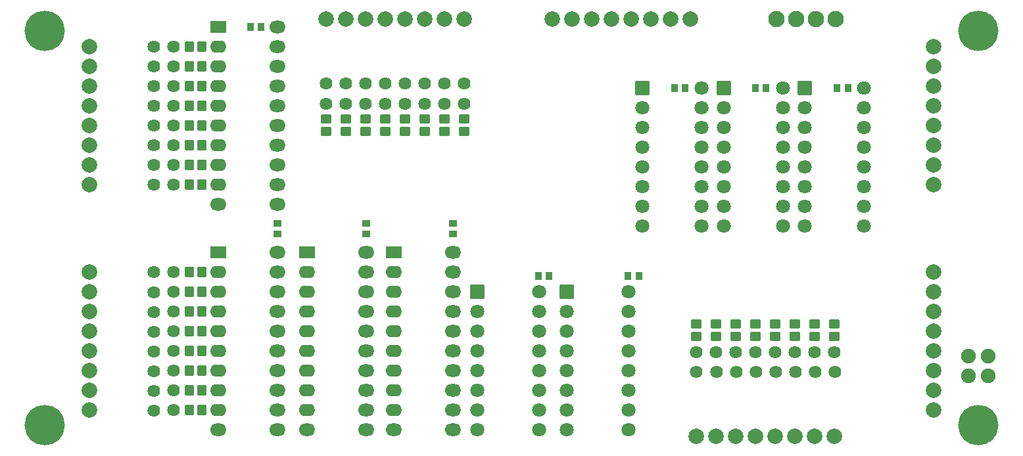
<source format=gbs>
G04 Layer: BottomSolderMaskLayer*
G04 Panelize: , Column: 2, Row: 2, Board Size: 127.89mm x 58.42mm, Panelized Board Size: 257.78mm x 118.84mm*
G04 EasyEDA v6.5.34, 2023-09-05 23:47:00*
G04 23034ade622943b09ef3a65bf2e35728,5a6b42c53f6a479593ecc07194224c93,10*
G04 Gerber Generator version 0.2*
G04 Scale: 100 percent, Rotated: No, Reflected: No *
G04 Dimensions in millimeters *
G04 leading zeros omitted , absolute positions ,4 integer and 5 decimal *
%FSLAX45Y45*%
%MOMM*%

%AMMACRO1*1,1,$1,$2,$3*1,1,$1,$4,$5*1,1,$1,0-$2,0-$3*1,1,$1,0-$4,0-$5*20,1,$1,$2,$3,$4,$5,0*20,1,$1,$4,$5,0-$2,0-$3,0*20,1,$1,0-$2,0-$3,0-$4,0-$5,0*20,1,$1,0-$4,0-$5,$2,$3,0*4,1,4,$2,$3,$4,$5,0-$2,0-$3,0-$4,0-$5,$2,$3,0*%
%ADD10MACRO1,0.1016X-0.4X-0.45X0.4X-0.45*%
%ADD11MACRO1,0.1016X-0.45X0.4X-0.45X-0.4*%
%ADD12MACRO1,0.1016X0.4X0.45X-0.4X0.45*%
%ADD13MACRO1,0.2032X-0.55X0.5X-0.55X-0.5*%
%ADD14MACRO1,0.2032X0.55X-0.5X0.55X0.5*%
%ADD15MACRO1,0.2032X0.5X0.55X-0.5X0.55*%
%ADD16MACRO1,0.2032X-0.5X-0.55X0.5X-0.55*%
%ADD17MACRO1,0.1016X-0.85X0.85X0.85X0.85*%
%ADD18C,1.8016*%
%ADD19O,2.1015960000000002X1.6015970000000002*%
%ADD20MACRO1,0.1016X-1X0.75X1X0.75*%
%ADD21O,2.1015960000000002X1.6256000000000002*%
%ADD22C,5.2032*%
%ADD23C,1.6256*%
%ADD24C,2.0016*%
%ADD25C,1.9016*%
%ADD26C,2.1016*%
%ADD27C,0.0148*%

%LPD*%
D10*
G01*
X3168796Y5511789D03*
G01*
X3028796Y5511789D03*
D11*
G01*
X3378192Y2838319D03*
G01*
X3378192Y2978318D03*
G01*
X4521192Y2838319D03*
G01*
X4521192Y2978318D03*
G01*
X5638792Y2838319D03*
G01*
X5638792Y2978318D03*
D12*
G01*
X6737186Y2298694D03*
G01*
X6877185Y2298694D03*
G01*
X7892860Y2298694D03*
G01*
X8032860Y2298694D03*
D10*
G01*
X8629770Y4724389D03*
G01*
X8489770Y4724389D03*
G01*
X9671180Y4724389D03*
G01*
X9531181Y4724389D03*
G01*
X10725270Y4724389D03*
G01*
X10585270Y4724389D03*
D13*
G01*
X4008991Y4164558D03*
G01*
X4008991Y4324558D03*
G01*
X4262991Y4164558D03*
G01*
X4262991Y4324558D03*
G01*
X4516991Y4164558D03*
G01*
X4516991Y4324558D03*
G01*
X4770991Y4164558D03*
G01*
X4770991Y4324558D03*
G01*
X5024991Y4164558D03*
G01*
X5024991Y4324558D03*
G01*
X5278991Y4164558D03*
G01*
X5278991Y4324558D03*
G01*
X5532991Y4164558D03*
G01*
X5532991Y4324558D03*
G01*
X5786991Y4164558D03*
G01*
X5786991Y4324558D03*
G01*
X10299697Y1520184D03*
G01*
X10299697Y1680183D03*
G01*
X9029697Y1520184D03*
G01*
X9029697Y1680183D03*
D14*
G01*
X8775697Y1680194D03*
G01*
X8775697Y1520196D03*
D13*
G01*
X9283697Y1520184D03*
G01*
X9283697Y1680183D03*
G01*
X9537694Y1520184D03*
G01*
X9537694Y1680183D03*
G01*
X9791694Y1520184D03*
G01*
X9791694Y1680183D03*
G01*
X10045694Y1520184D03*
G01*
X10045694Y1680183D03*
D14*
G01*
X10553694Y1680194D03*
G01*
X10553694Y1520196D03*
D15*
G01*
X2244092Y823597D03*
G01*
X2404088Y823597D03*
G01*
X2244092Y2093597D03*
G01*
X2404088Y2093597D03*
D16*
G01*
X2404099Y2347597D03*
G01*
X2244103Y2347597D03*
D15*
G01*
X2244092Y1839597D03*
G01*
X2404088Y1839597D03*
G01*
X2244092Y1585600D03*
G01*
X2404088Y1585600D03*
G01*
X2244092Y1331600D03*
G01*
X2404088Y1331600D03*
G01*
X2244092Y1077600D03*
G01*
X2404088Y1077600D03*
D16*
G01*
X2404099Y569600D03*
G01*
X2244103Y569600D03*
G01*
X2244103Y3478291D03*
G01*
X2404099Y3478291D03*
D15*
G01*
X2404088Y3986291D03*
G01*
X2244092Y3986291D03*
G01*
X2404088Y4240291D03*
G01*
X2244092Y4240291D03*
G01*
X2404088Y4494291D03*
G01*
X2244092Y4494291D03*
G01*
X2404088Y4748288D03*
G01*
X2244092Y4748288D03*
D16*
G01*
X2244103Y5256288D03*
G01*
X2404099Y5256288D03*
D15*
G01*
X2404088Y5002288D03*
G01*
X2244092Y5002288D03*
G01*
X2404088Y3732288D03*
G01*
X2244092Y3732288D03*
D17*
G01*
X5952981Y2095496D03*
D18*
G01*
X5952997Y1841500D03*
G01*
X5952997Y571500D03*
G01*
X5952997Y317500D03*
G01*
X5952997Y1587500D03*
G01*
X5952997Y1333500D03*
G01*
X5952997Y825500D03*
G01*
X5952997Y1079500D03*
G01*
X6747002Y317500D03*
G01*
X6747002Y571500D03*
G01*
X6747002Y825500D03*
G01*
X6747002Y1079500D03*
G01*
X6747002Y1333500D03*
G01*
X6747002Y1587500D03*
G01*
X6747002Y1841500D03*
G01*
X6747002Y2095500D03*
D17*
G01*
X7108678Y2095496D03*
D18*
G01*
X7108672Y1841500D03*
G01*
X7108672Y571500D03*
G01*
X7108672Y317500D03*
G01*
X7108672Y1587500D03*
G01*
X7108672Y1333500D03*
G01*
X7108672Y825500D03*
G01*
X7108672Y1079500D03*
G01*
X7902676Y317500D03*
G01*
X7902676Y571500D03*
G01*
X7902676Y825500D03*
G01*
X7902676Y1079500D03*
G01*
X7902676Y1333500D03*
G01*
X7902676Y1587500D03*
G01*
X7902676Y1841500D03*
G01*
X7902676Y2095500D03*
D19*
G01*
X4876800Y571500D03*
G01*
X4876800Y825500D03*
G01*
X4876800Y1079500D03*
G01*
X4876800Y1333500D03*
G01*
X4876800Y1587500D03*
G01*
X4876800Y1841500D03*
G01*
X4876800Y2095500D03*
G01*
X4876800Y2349500D03*
D20*
G01*
X4876789Y2603497D03*
D21*
G01*
X4876800Y317500D03*
G01*
X5638800Y317500D03*
G01*
X5638800Y571500D03*
G01*
X5638800Y825500D03*
G01*
X5638800Y1079500D03*
G01*
X5638800Y1333500D03*
G01*
X5638800Y1587500D03*
G01*
X5638800Y1841500D03*
G01*
X5638800Y2095500D03*
G01*
X5638800Y2349500D03*
G01*
X5638800Y2603500D03*
D19*
G01*
X3759200Y571500D03*
G01*
X3759200Y825500D03*
G01*
X3759200Y1079500D03*
G01*
X3759200Y1333500D03*
G01*
X3759200Y1587500D03*
G01*
X3759200Y1841500D03*
G01*
X3759200Y2095500D03*
G01*
X3759200Y2349500D03*
D20*
G01*
X3759192Y2603497D03*
D21*
G01*
X3759200Y317500D03*
G01*
X4521200Y317500D03*
G01*
X4521200Y571500D03*
G01*
X4521200Y825500D03*
G01*
X4521200Y1079500D03*
G01*
X4521200Y1333500D03*
G01*
X4521200Y1587500D03*
G01*
X4521200Y1841500D03*
G01*
X4521200Y2095500D03*
G01*
X4521200Y2349500D03*
G01*
X4521200Y2603500D03*
D17*
G01*
X8077173Y4724391D03*
D18*
G01*
X8077174Y4470400D03*
G01*
X8077174Y3200400D03*
G01*
X8077174Y2946400D03*
G01*
X8077174Y4216400D03*
G01*
X8077174Y3962400D03*
G01*
X8077174Y3454400D03*
G01*
X8077174Y3708400D03*
G01*
X8839174Y2946400D03*
G01*
X8839174Y3200400D03*
G01*
X8839174Y3454400D03*
G01*
X8839174Y3708400D03*
G01*
X8839174Y3962400D03*
G01*
X8839174Y4216400D03*
G01*
X8839174Y4470400D03*
G01*
X8839174Y4724400D03*
D17*
G01*
X9124928Y4724391D03*
D18*
G01*
X9124950Y4470400D03*
G01*
X9124950Y3200400D03*
G01*
X9124950Y2946400D03*
G01*
X9124950Y4216400D03*
G01*
X9124950Y3962400D03*
G01*
X9124950Y3454400D03*
G01*
X9124950Y3708400D03*
G01*
X9886950Y2946400D03*
G01*
X9886950Y3200400D03*
G01*
X9886950Y3454400D03*
G01*
X9886950Y3708400D03*
G01*
X9886950Y3962400D03*
G01*
X9886950Y4216400D03*
G01*
X9886950Y4470400D03*
G01*
X9886950Y4724400D03*
D17*
G01*
X10172670Y4724391D03*
D18*
G01*
X10172674Y4470400D03*
G01*
X10172674Y3200400D03*
G01*
X10172674Y2946400D03*
G01*
X10172674Y4216400D03*
G01*
X10172674Y3962400D03*
G01*
X10172674Y3454400D03*
G01*
X10172674Y3708400D03*
G01*
X10934674Y2946400D03*
G01*
X10934674Y3200400D03*
G01*
X10934674Y3454400D03*
G01*
X10934674Y3708400D03*
G01*
X10934674Y3962400D03*
G01*
X10934674Y4216400D03*
G01*
X10934674Y4470400D03*
G01*
X10934674Y4724400D03*
D19*
G01*
X2616200Y571500D03*
G01*
X2616200Y825500D03*
G01*
X2616200Y1079500D03*
G01*
X2616200Y1333500D03*
G01*
X2616200Y1587500D03*
G01*
X2616200Y1841500D03*
G01*
X2616200Y2095500D03*
G01*
X2616200Y2349500D03*
D20*
G01*
X2616194Y2603497D03*
D21*
G01*
X2616200Y317500D03*
G01*
X3378200Y317500D03*
G01*
X3378200Y571500D03*
G01*
X3378200Y825500D03*
G01*
X3378200Y1079500D03*
G01*
X3378200Y1333500D03*
G01*
X3378200Y1587500D03*
G01*
X3378200Y1841500D03*
G01*
X3378200Y2095500D03*
G01*
X3378200Y2349500D03*
G01*
X3378200Y2603500D03*
D19*
G01*
X2616200Y3479800D03*
G01*
X2616200Y3733800D03*
G01*
X2616200Y3987800D03*
G01*
X2616200Y4241800D03*
G01*
X2616200Y4495800D03*
G01*
X2616200Y4749800D03*
G01*
X2616200Y5003800D03*
G01*
X2616200Y5257800D03*
D20*
G01*
X2616194Y5511792D03*
D21*
G01*
X2616200Y3225800D03*
G01*
X3378200Y3225800D03*
G01*
X3378200Y3479800D03*
G01*
X3378200Y3733800D03*
G01*
X3378200Y3987800D03*
G01*
X3378200Y4241800D03*
G01*
X3378200Y4495800D03*
G01*
X3378200Y4749800D03*
G01*
X3378200Y5003800D03*
G01*
X3378200Y5257800D03*
G01*
X3378200Y5511800D03*
D22*
G01*
X381000Y5461000D03*
G01*
X12405106Y5461000D03*
G01*
X12405106Y381000D03*
G01*
X381000Y381000D03*
D23*
G01*
X2044674Y5255920D03*
G01*
X2044674Y4493920D03*
G01*
X1790700Y4491126D03*
G01*
X2044674Y4747920D03*
G01*
X1790700Y4745126D03*
G01*
X1790700Y3475126D03*
G01*
X2044674Y3477920D03*
G01*
X2044674Y3985920D03*
G01*
X1790700Y3983126D03*
G01*
X2044674Y4239920D03*
G01*
X1790700Y4237126D03*
G01*
X1790700Y4999126D03*
G01*
X2044674Y5001920D03*
G01*
X1790700Y3729126D03*
G01*
X2044674Y3731920D03*
G01*
X1787905Y5255920D03*
G01*
X1787931Y2347620D03*
G01*
X2044700Y823620D03*
G01*
X1790725Y820826D03*
G01*
X2044700Y2093620D03*
G01*
X1790725Y2090826D03*
G01*
X1790725Y1328826D03*
G01*
X2044700Y1331620D03*
G01*
X1790725Y1074826D03*
G01*
X2044700Y1077620D03*
G01*
X2044700Y569620D03*
G01*
X1790725Y566826D03*
G01*
X1790725Y1836826D03*
G01*
X2044700Y1839620D03*
G01*
X1790725Y1582826D03*
G01*
X2044700Y1585620D03*
G01*
X2044700Y2347620D03*
D24*
G01*
X956106Y3477920D03*
G01*
X956106Y3731920D03*
G01*
X956106Y3985920D03*
G01*
X956106Y4239920D03*
G01*
X956106Y4493920D03*
G01*
X956106Y4747920D03*
G01*
X956106Y5001920D03*
G01*
X956106Y5255920D03*
G01*
X956132Y2347620D03*
G01*
X956132Y2093620D03*
G01*
X956132Y1839620D03*
G01*
X956132Y1585620D03*
G01*
X956132Y1331620D03*
G01*
X956132Y1077620D03*
G01*
X956132Y823620D03*
G01*
X956132Y569620D03*
G01*
X11829999Y5255895D03*
G01*
X11829999Y5001895D03*
G01*
X11829999Y4747895D03*
G01*
X11829999Y4493895D03*
G01*
X11829999Y4239895D03*
G01*
X11829999Y3985895D03*
G01*
X11829999Y3731895D03*
G01*
X11829999Y3477895D03*
G01*
X11830024Y569595D03*
G01*
X11830024Y823595D03*
G01*
X11830024Y1077595D03*
G01*
X11830024Y1331595D03*
G01*
X11830024Y1585595D03*
G01*
X11830024Y1839595D03*
G01*
X11830024Y2093595D03*
G01*
X11830024Y2347595D03*
D25*
G01*
X12532106Y1016000D03*
G01*
X12278106Y1016000D03*
G01*
X12278106Y1270000D03*
G01*
X12532106Y1270000D03*
D24*
G01*
X4008983Y5609793D03*
G01*
X4262983Y5609793D03*
G01*
X4516983Y5609793D03*
G01*
X4770983Y5609793D03*
G01*
X5024983Y5609793D03*
G01*
X5278983Y5609793D03*
G01*
X5532983Y5609793D03*
G01*
X5786983Y5609793D03*
G01*
X8695283Y5609818D03*
G01*
X8441283Y5609818D03*
G01*
X8187283Y5609818D03*
G01*
X7933283Y5609818D03*
G01*
X7679283Y5609818D03*
G01*
X7425283Y5609818D03*
G01*
X7171283Y5609818D03*
G01*
X6917283Y5609818D03*
G01*
X8775674Y232206D03*
G01*
X9029674Y232206D03*
G01*
X9283674Y232206D03*
G01*
X9537674Y232206D03*
G01*
X9791674Y232206D03*
G01*
X10045674Y232206D03*
G01*
X10299674Y232206D03*
G01*
X10553674Y232206D03*
D23*
G01*
X8775674Y1064005D03*
G01*
X10299674Y1320800D03*
G01*
X10302468Y1066800D03*
G01*
X9029674Y1320800D03*
G01*
X9032468Y1066800D03*
G01*
X9794468Y1066800D03*
G01*
X9791674Y1320800D03*
G01*
X10048468Y1066800D03*
G01*
X10045674Y1320800D03*
G01*
X10553674Y1320800D03*
G01*
X10556468Y1066800D03*
G01*
X9286468Y1066800D03*
G01*
X9283674Y1320800D03*
G01*
X9540468Y1066800D03*
G01*
X9537674Y1320800D03*
G01*
X8775674Y1320800D03*
G01*
X4008983Y4521200D03*
G01*
X4008983Y4778019D03*
G01*
X4262983Y4521200D03*
G01*
X4262983Y4778019D03*
G01*
X4516983Y4778019D03*
G01*
X4516983Y4521200D03*
G01*
X4770983Y4778019D03*
G01*
X4770983Y4521200D03*
G01*
X5024983Y4778019D03*
G01*
X5024983Y4521200D03*
G01*
X5278983Y4778019D03*
G01*
X5278983Y4521200D03*
G01*
X5532983Y4778019D03*
G01*
X5532983Y4521200D03*
G01*
X5786983Y4778019D03*
G01*
X5786983Y4521200D03*
D26*
G01*
X10312374Y5613400D03*
G01*
X10058374Y5613400D03*
G01*
X9804374Y5613400D03*
G01*
X10566374Y5613400D03*
M02*

</source>
